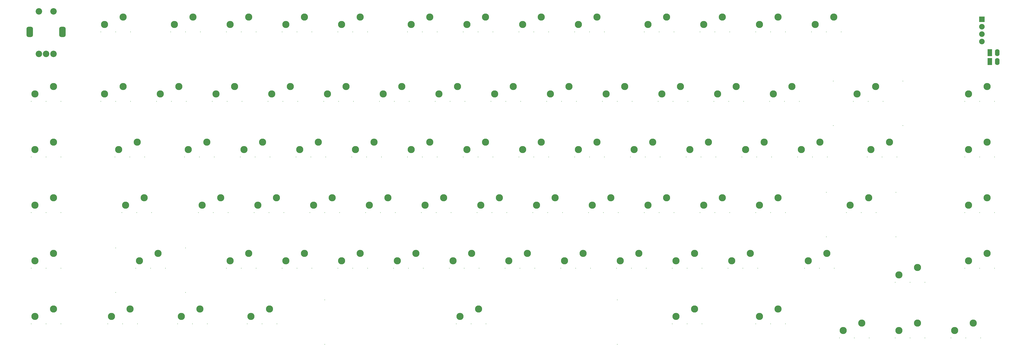
<source format=gts>
G04*
G04 #@! TF.GenerationSoftware,Altium Limited,Altium Designer,25.6.2 (33)*
G04*
G04 Layer_Color=8388736*
%FSLAX44Y44*%
%MOMM*%
G71*
G04*
G04 #@! TF.SameCoordinates,BA1FA69A-D19E-42E0-B421-8A8EBEBE1810*
G04*
G04*
G04 #@! TF.FilePolarity,Negative*
G04*
G01*
G75*
%ADD11C,0.2032*%
%ADD12C,2.4532*%
%ADD13C,2.2032*%
G04:AMPARAMS|DCode=14|XSize=3.5032mm|YSize=2.2032mm|CornerRadius=0.6016mm|HoleSize=0mm|Usage=FLASHONLY|Rotation=90.000|XOffset=0mm|YOffset=0mm|HoleType=Round|Shape=RoundedRectangle|*
%AMROUNDEDRECTD14*
21,1,3.5032,1.0000,0,0,90.0*
21,1,2.3000,2.2032,0,0,90.0*
1,1,1.2032,0.5000,1.1500*
1,1,1.2032,0.5000,-1.1500*
1,1,1.2032,-0.5000,-1.1500*
1,1,1.2032,-0.5000,1.1500*
%
%ADD14ROUNDEDRECTD14*%
G04:AMPARAMS|DCode=15|XSize=1.9032mm|YSize=1.9032mm|CornerRadius=0.9516mm|HoleSize=0mm|Usage=FLASHONLY|Rotation=0.000|XOffset=0mm|YOffset=0mm|HoleType=Round|Shape=RoundedRectangle|*
%AMROUNDEDRECTD15*
21,1,1.9032,0.0000,0,0,0.0*
21,1,0.0000,1.9032,0,0,0.0*
1,1,1.9032,0.0000,0.0000*
1,1,1.9032,0.0000,0.0000*
1,1,1.9032,0.0000,0.0000*
1,1,1.9032,0.0000,0.0000*
%
%ADD15ROUNDEDRECTD15*%
%ADD16R,1.9032X1.9032*%
%ADD17O,1.6000X2.4000*%
%ADD18R,1.6000X2.4000*%
D11*
X2166874Y415925D02*
D03*
Y263525D02*
D03*
X1166876Y415925D02*
D03*
X1666875Y333375D02*
D03*
X1616075D02*
D03*
X1717675D02*
D03*
X1166876Y263525D02*
D03*
X2905125Y1165225D02*
D03*
X3143250D02*
D03*
X2905125Y1012825D02*
D03*
X3143250D02*
D03*
X3074987Y1095375D02*
D03*
X2973387D02*
D03*
X3024188D02*
D03*
X2881313Y784225D02*
D03*
Y631825D02*
D03*
X3000375Y714375D02*
D03*
X2949575D02*
D03*
X3051175D02*
D03*
X3119438Y784225D02*
D03*
Y631825D02*
D03*
X690563Y441325D02*
D03*
Y593725D02*
D03*
X622300Y523875D02*
D03*
X520700D02*
D03*
X571500D02*
D03*
X452438Y441325D02*
D03*
Y593725D02*
D03*
X503237Y1333500D02*
D03*
X452438D02*
D03*
X401637D02*
D03*
X639762D02*
D03*
X690563D02*
D03*
X741363D02*
D03*
X931862D02*
D03*
X881062D02*
D03*
X830263D02*
D03*
X1020762D02*
D03*
X1071562D02*
D03*
X1122363D02*
D03*
X1312863D02*
D03*
X1262063D02*
D03*
X1211263D02*
D03*
X1449388D02*
D03*
X1500188D02*
D03*
X1550988D02*
D03*
X1741487D02*
D03*
X1690688D02*
D03*
X1639888D02*
D03*
X1830388D02*
D03*
X1881187D02*
D03*
X1931987D02*
D03*
X2122487D02*
D03*
X2071687D02*
D03*
X2020887D02*
D03*
X2259012D02*
D03*
X2309812D02*
D03*
X2360612D02*
D03*
X2551113D02*
D03*
X2500312D02*
D03*
X2449512D02*
D03*
X2640013D02*
D03*
X2690812D02*
D03*
X2741613D02*
D03*
X2932112D02*
D03*
X2881313D02*
D03*
X2830512D02*
D03*
X163512Y1095375D02*
D03*
X214312D02*
D03*
X265112D02*
D03*
X503237D02*
D03*
X452438D02*
D03*
X401637D02*
D03*
X592137D02*
D03*
X642937D02*
D03*
X693737D02*
D03*
X884238D02*
D03*
X833438D02*
D03*
X782637D02*
D03*
X973138D02*
D03*
X1023938D02*
D03*
X1074737D02*
D03*
X1265238D02*
D03*
X1214437D02*
D03*
X1163637D02*
D03*
X1354138D02*
D03*
X1404937D02*
D03*
X1455737D02*
D03*
X1646237D02*
D03*
X1595437D02*
D03*
X1544637D02*
D03*
X1735137D02*
D03*
X1785938D02*
D03*
X1836738D02*
D03*
X2027238D02*
D03*
X1976438D02*
D03*
X1925638D02*
D03*
X2116138D02*
D03*
X2166938D02*
D03*
X2217737D02*
D03*
X2408237D02*
D03*
X2357437D02*
D03*
X2306638D02*
D03*
X2497137D02*
D03*
X2547937D02*
D03*
X2598737D02*
D03*
X2789237D02*
D03*
X2738438D02*
D03*
X2687638D02*
D03*
X3354388D02*
D03*
X3405187D02*
D03*
X3455988D02*
D03*
X265112Y904875D02*
D03*
X214312D02*
D03*
X163512D02*
D03*
X687387D02*
D03*
X738187D02*
D03*
X788988D02*
D03*
X979488D02*
D03*
X928688D02*
D03*
X877887D02*
D03*
X1068388D02*
D03*
X1119187D02*
D03*
X1169987D02*
D03*
X1360488D02*
D03*
X1309688D02*
D03*
X1258887D02*
D03*
X1449388D02*
D03*
X1500188D02*
D03*
X1550988D02*
D03*
X1741487D02*
D03*
X1690688D02*
D03*
X1639888D02*
D03*
X1830388D02*
D03*
X1881187D02*
D03*
X1931987D02*
D03*
X2122487D02*
D03*
X2071687D02*
D03*
X2020887D02*
D03*
X2211387D02*
D03*
X2262188D02*
D03*
X2312988D02*
D03*
X2503488D02*
D03*
X2452688D02*
D03*
X2401888D02*
D03*
X2592387D02*
D03*
X2643188D02*
D03*
X2693987D02*
D03*
X2884488D02*
D03*
X2833687D02*
D03*
X2782888D02*
D03*
X3354388D02*
D03*
X3405187D02*
D03*
X3455988D02*
D03*
X265112Y714375D02*
D03*
X214312D02*
D03*
X163512D02*
D03*
X735013D02*
D03*
X785813D02*
D03*
X836612D02*
D03*
X1027113D02*
D03*
X976312D02*
D03*
X925512D02*
D03*
X1116012D02*
D03*
X1166813D02*
D03*
X1217613D02*
D03*
X1408112D02*
D03*
X1357312D02*
D03*
X1306512D02*
D03*
X1497012D02*
D03*
X1547812D02*
D03*
X1598613D02*
D03*
X1789113D02*
D03*
X1738313D02*
D03*
X1687513D02*
D03*
X1878013D02*
D03*
X1928813D02*
D03*
X1979612D02*
D03*
X2170112D02*
D03*
X2119312D02*
D03*
X2068513D02*
D03*
X2259012D02*
D03*
X2309812D02*
D03*
X2360612D02*
D03*
X2551113D02*
D03*
X2500312D02*
D03*
X2449512D02*
D03*
X2640010Y714374D02*
D03*
X2690810D02*
D03*
X2741610D02*
D03*
X3455988Y714375D02*
D03*
X3405187D02*
D03*
X3354388D02*
D03*
X163512Y523875D02*
D03*
X214312D02*
D03*
X265112D02*
D03*
X931862D02*
D03*
X881062D02*
D03*
X830263D02*
D03*
X1020762D02*
D03*
X1071562D02*
D03*
X1122363D02*
D03*
X1312863D02*
D03*
X1262063D02*
D03*
X1211263D02*
D03*
X1401763D02*
D03*
X1452563D02*
D03*
X1503362D02*
D03*
X1693862D02*
D03*
X1643062D02*
D03*
X1592263D02*
D03*
X1782762D02*
D03*
X1833562D02*
D03*
X1884362D02*
D03*
X2074863D02*
D03*
X2024062D02*
D03*
X1973262D02*
D03*
X2163763D02*
D03*
X2214563D02*
D03*
X2265363D02*
D03*
X2455862D02*
D03*
X2405063D02*
D03*
X2354263D02*
D03*
X2544763D02*
D03*
X2595562D02*
D03*
X2646363D02*
D03*
X3217863Y476250D02*
D03*
X3167062D02*
D03*
X3116263D02*
D03*
X3354388Y523875D02*
D03*
X3405187D02*
D03*
X3455988D02*
D03*
X265112Y333375D02*
D03*
X214312D02*
D03*
X163512D02*
D03*
X2925763Y285750D02*
D03*
X2976562D02*
D03*
X3027362D02*
D03*
X3217863D02*
D03*
X3167062D02*
D03*
X3116263D02*
D03*
X3306762D02*
D03*
X3357563D02*
D03*
X3408362D02*
D03*
X523875Y714375D02*
D03*
X473075D02*
D03*
X574675D02*
D03*
X2908300Y523875D02*
D03*
X2806700D02*
D03*
X2857500D02*
D03*
X527050Y333375D02*
D03*
X425450D02*
D03*
X476250D02*
D03*
X714375D02*
D03*
X663575D02*
D03*
X765175D02*
D03*
X1003300D02*
D03*
X901700D02*
D03*
X952500D02*
D03*
X500062Y904875D02*
D03*
X449263D02*
D03*
X550863D02*
D03*
X3122613D02*
D03*
X3021013D02*
D03*
X3071812D02*
D03*
X2405063Y333375D02*
D03*
X2354263D02*
D03*
X2455862D02*
D03*
X2741613D02*
D03*
X2640013D02*
D03*
X2690812D02*
D03*
D12*
X1692275Y384175D02*
D03*
X1628775Y358775D02*
D03*
X3049587Y1146175D02*
D03*
X2986088Y1120775D02*
D03*
X3025775Y765175D02*
D03*
X2962275Y739775D02*
D03*
X533400Y549275D02*
D03*
X596900Y574675D02*
D03*
X477837Y1384300D02*
D03*
X414338Y1358900D02*
D03*
X652462D02*
D03*
X715963Y1384300D02*
D03*
X906462D02*
D03*
X842962Y1358900D02*
D03*
X1033463D02*
D03*
X1096963Y1384300D02*
D03*
X1287462D02*
D03*
X1223962Y1358900D02*
D03*
X1462088D02*
D03*
X1525587Y1384300D02*
D03*
X1716087D02*
D03*
X1652587Y1358900D02*
D03*
X1843087D02*
D03*
X1906588Y1384300D02*
D03*
X2097088D02*
D03*
X2033587Y1358900D02*
D03*
X2271712D02*
D03*
X2335213Y1384300D02*
D03*
X2525712D02*
D03*
X2462213Y1358900D02*
D03*
X2652712D02*
D03*
X2716212Y1384300D02*
D03*
X2906713D02*
D03*
X2843213Y1358900D02*
D03*
X176213Y1120775D02*
D03*
X239713Y1146175D02*
D03*
X477837D02*
D03*
X414338Y1120775D02*
D03*
X604837D02*
D03*
X668337Y1146175D02*
D03*
X858838D02*
D03*
X795338Y1120775D02*
D03*
X985837D02*
D03*
X1049337Y1146175D02*
D03*
X1239837D02*
D03*
X1176338Y1120775D02*
D03*
X1366837D02*
D03*
X1430338Y1146175D02*
D03*
X1620838D02*
D03*
X1557337Y1120775D02*
D03*
X1747838D02*
D03*
X1811337Y1146175D02*
D03*
X2001837D02*
D03*
X1938338Y1120775D02*
D03*
X2128837D02*
D03*
X2192337Y1146175D02*
D03*
X2382838D02*
D03*
X2319337Y1120775D02*
D03*
X2509837D02*
D03*
X2573337Y1146175D02*
D03*
X2763838D02*
D03*
X2700338Y1120775D02*
D03*
X3367087D02*
D03*
X3430587Y1146175D02*
D03*
X239713Y955675D02*
D03*
X176213Y930275D02*
D03*
X700088D02*
D03*
X763587Y955675D02*
D03*
X954088D02*
D03*
X890587Y930275D02*
D03*
X1081087D02*
D03*
X1144587Y955675D02*
D03*
X1335087D02*
D03*
X1271588Y930275D02*
D03*
X1462088D02*
D03*
X1525587Y955675D02*
D03*
X1716087D02*
D03*
X1652587Y930275D02*
D03*
X1843087D02*
D03*
X1906588Y955675D02*
D03*
X2097088D02*
D03*
X2033587Y930275D02*
D03*
X2224088D02*
D03*
X2287587Y955675D02*
D03*
X2478087D02*
D03*
X2414588Y930275D02*
D03*
X2605088D02*
D03*
X2668588Y955675D02*
D03*
X2859088D02*
D03*
X2795587Y930275D02*
D03*
X3367087D02*
D03*
X3430587Y955675D02*
D03*
X239713Y765175D02*
D03*
X176213Y739775D02*
D03*
X747712D02*
D03*
X811212Y765175D02*
D03*
X1001712D02*
D03*
X938213Y739775D02*
D03*
X1128712D02*
D03*
X1192213Y765175D02*
D03*
X1382713D02*
D03*
X1319212Y739775D02*
D03*
X1509713D02*
D03*
X1573212Y765175D02*
D03*
X1763712D02*
D03*
X1700213Y739775D02*
D03*
X1890712D02*
D03*
X1954212Y765175D02*
D03*
X2144713D02*
D03*
X2081212Y739775D02*
D03*
X2271712D02*
D03*
X2335213Y765175D02*
D03*
X2525712D02*
D03*
X2462213Y739775D02*
D03*
X2652710Y739774D02*
D03*
X2716210Y765174D02*
D03*
X3430587Y765175D02*
D03*
X3367087Y739775D02*
D03*
X176213Y549275D02*
D03*
X239713Y574675D02*
D03*
X906462D02*
D03*
X842962Y549275D02*
D03*
X1033463D02*
D03*
X1096963Y574675D02*
D03*
X1287462D02*
D03*
X1223962Y549275D02*
D03*
X1414462D02*
D03*
X1477962Y574675D02*
D03*
X1668463D02*
D03*
X1604962Y549275D02*
D03*
X1795462D02*
D03*
X1858963Y574675D02*
D03*
X2049462D02*
D03*
X1985963Y549275D02*
D03*
X2176463D02*
D03*
X2239962Y574675D02*
D03*
X2430462D02*
D03*
X2366962Y549275D02*
D03*
X2557462D02*
D03*
X2620963Y574675D02*
D03*
X3192462Y527050D02*
D03*
X3128962Y501650D02*
D03*
X3367087Y549275D02*
D03*
X3430587Y574675D02*
D03*
X239713Y384175D02*
D03*
X176213Y358775D02*
D03*
X2938463Y311150D02*
D03*
X3001963Y336550D02*
D03*
X3192462D02*
D03*
X3128962Y311150D02*
D03*
X3319463D02*
D03*
X3382963Y336550D02*
D03*
X549275Y765175D02*
D03*
X485775Y739775D02*
D03*
X2819400Y549275D02*
D03*
X2882900Y574675D02*
D03*
X438150Y358775D02*
D03*
X501650Y384175D02*
D03*
X739775D02*
D03*
X676275Y358775D02*
D03*
X914400D02*
D03*
X977900Y384175D02*
D03*
X525462Y955675D02*
D03*
X461963Y930275D02*
D03*
X3033712D02*
D03*
X3097213Y955675D02*
D03*
X2430462Y384175D02*
D03*
X2366962Y358775D02*
D03*
X2652712D02*
D03*
X2716212Y384175D02*
D03*
D13*
X189312Y1403500D02*
D03*
X239312D02*
D03*
X214312Y1258500D02*
D03*
X239312D02*
D03*
X189312D02*
D03*
D14*
X158313Y1333500D02*
D03*
X270312D02*
D03*
D15*
X3412997Y1351683D02*
D03*
Y1326283D02*
D03*
Y1300883D02*
D03*
D16*
Y1377083D02*
D03*
D17*
X3465510Y1232296D02*
D03*
Y1262061D02*
D03*
D18*
X3440110Y1232296D02*
D03*
Y1262061D02*
D03*
M02*

</source>
